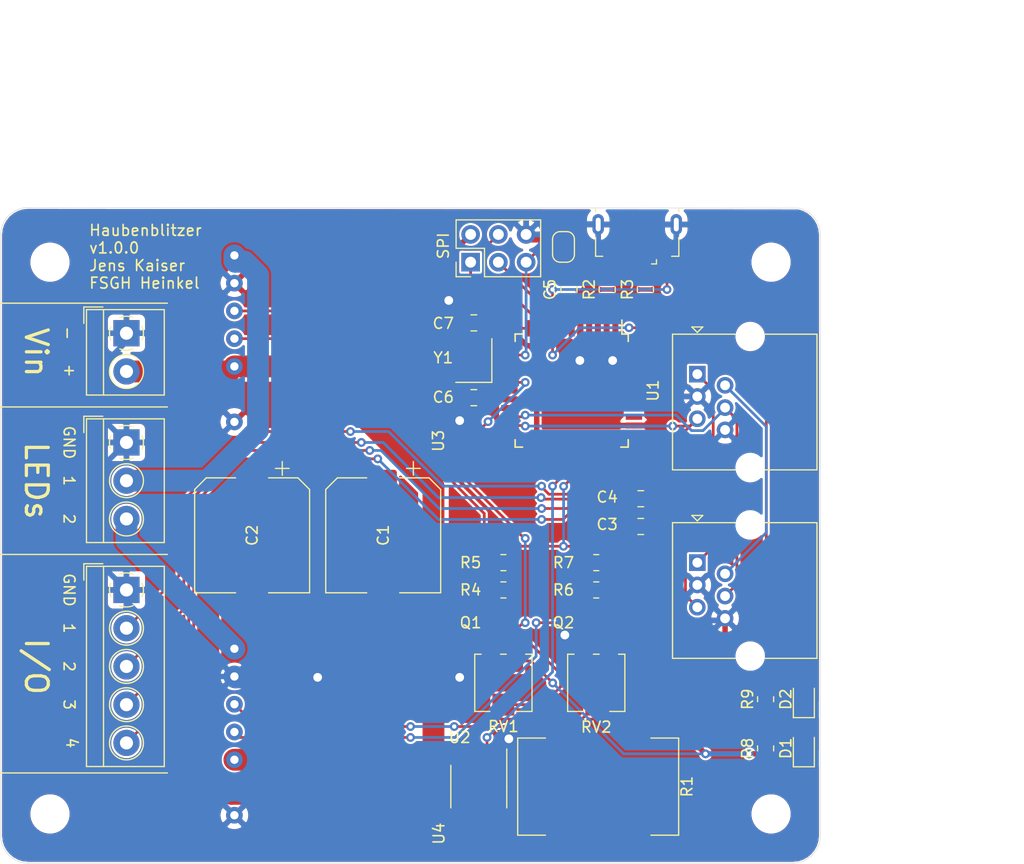
<source format=kicad_pcb>
(kicad_pcb (version 20171130) (host pcbnew "(5.1.8)-1")
  (layers (0 F.Cu signal) (31 B.Cu signal) (34 B.Paste user hide) (35 F.Paste user hide) (36 B.SilkS user) (37 F.SilkS user) (38 B.Mask user) (39 F.Mask user) (44 Edge.Cuts user))
  (net 0 "")
  (net 1 GND)
  (net 2 +12V)
  (net 3 "Net-(D2-Pad2)")
  (net 4 "Net-(Q1-Pad2)")
  (net 5 "Net-(Q2-Pad2)")
  (net 6 "Net-(U1-Pad42)")
  (net 7 "Net-(U1-Pad41)")
  (net 8 "Net-(U1-Pad40)")
  (net 9 "Net-(U1-Pad39)")
  (net 10 "Net-(U1-Pad38)")
  (net 11 "Net-(U1-Pad37)")
  (net 12 "Net-(U1-Pad36)")
  (net 13 "Net-(U1-Pad33)")
  (net 14 "Net-(U1-Pad26)")
  (net 15 "Net-(U1-Pad25)")
  (net 16 "Net-(U1-Pad22)")
  (net 17 "Net-(U1-Pad19)")
  (net 18 "Net-(U1-Pad18)")
  (net 19 "Net-(U1-Pad12)")
  (net 20 "Net-(U1-Pad1)")
  (net 21 "Net-(J2-Pad3)")
  (net 22 "Net-(J2-Pad2)")
  (net 23 LED1_Ref)
  (net 24 U_cap)
  (net 25 CLK_1)
  (net 26 CLK_2)
  (net 27 "Net-(D1-Pad2)")
  (net 28 RESET)
  (net 29 MOSI)
  (net 30 SCK)
  (net 31 MISO)
  (net 32 "Net-(J2-Pad4)")
  (net 33 U_bus)
  (net 34 LED2_U+)
  (net 35 LED1_U+)
  (net 36 IO_misc4)
  (net 37 IO_misc3)
  (net 38 IO_misc2)
  (net 39 IO_misc1)
  (net 40 TX)
  (net 41 RX)
  (net 42 "Net-(J6-Pad2)")
  (net 43 "Net-(J6-Pad1)")
  (net 44 LED1_Ctrl)
  (net 45 LED2_Ctrl)
  (net 46 LED2_Ref)
  (net 47 D+)
  (net 48 D-)
  (net 49 IO_LED)
  (net 50 RX_LED)
  (net 51 IO_FETctrl)
  (net 52 "Net-(U2-Pad4)")
  (net 53 "Net-(U2-Pad3)")
  (net 54 "Net-(C1-Pad1)")
  (module Package_SO:SOIC-8_3.9x4.9mm_P1.27mm (layer F.Cu) (at 63.75 183 270)
    (fp_text reference U2 (at -4.5 1.75 180) (layer F.SilkS))
    (fp_text value NCV8460)
    (pad 8 smd roundrect (at 2.475 -1.905 270) (size 1.95 0.6) (layers F.Cu F.Paste F.Mask) (net 2 +12V))
    (pad 7 smd roundrect (at 2.475 -0.635 270) (size 1.95 0.6) (layers F.Cu F.Paste F.Mask) (net 54 "Net-(C1-Pad1)"))
    (pad 6 smd roundrect (at 2.475 0.635 270) (size 1.95 0.6) (layers F.Cu F.Paste F.Mask) (net 54 "Net-(C1-Pad1)"))
    (pad 5 smd roundrect (at 2.475 1.905 270) (size 1.95 0.6) (layers F.Cu F.Paste F.Mask) (net 2 +12V))
    (pad 4 smd roundrect (at -2.475 1.905 270) (size 1.95 0.6) (layers F.Cu F.Paste F.Mask) (net 52 "Net-(U2-Pad4)"))
    (pad 3 smd roundrect (at -2.475 0.635 270) (size 1.95 0.6) (layers F.Cu F.Paste F.Mask) (net 53 "Net-(U2-Pad3)"))
    (pad 2 smd roundrect (at -2.475 -0.635 270) (size 1.95 0.6) (layers F.Cu F.Paste F.Mask) (net 51 IO_FETctrl))
    (pad 1 smd roundrect (at -2.475 -1.905 270) (size 1.95 0.6) (layers F.Cu F.Paste F.Mask) (net 1 GND))
  )
  (module Resistor_SMD:R_0805_2012Metric (layer F.Cu) (at 90 175 90)
    (fp_text reference R9 (at 0 -1.65 90) (layer F.SilkS))
    (fp_text value 220)
    (pad 2 smd roundrect (at 0.9125 0 90) (size 1.025 1.4) (layers F.Cu F.Paste F.Mask) (roundrect_rratio 0.243902) (net 3 "Net-(D2-Pad2)"))
    (pad 1 smd roundrect (at -0.9125 0 90) (size 1.025 1.4) (layers F.Cu F.Paste F.Mask) (roundrect_rratio 0.243902) (net 50 RX_LED))
  )
  (module Resistor_SMD:R_0805_2012Metric (layer F.Cu) (at 90 179.5 90)
    (fp_text reference R8 (at 0 -1.65 90) (layer F.SilkS))
    (fp_text value 220)
    (pad 2 smd roundrect (at 0.9125 0 90) (size 1.025 1.4) (layers F.Cu F.Paste F.Mask) (roundrect_rratio 0.243902) (net 27 "Net-(D1-Pad2)"))
    (pad 1 smd roundrect (at -0.9125 0 90) (size 1.025 1.4) (layers F.Cu F.Paste F.Mask) (roundrect_rratio 0.243902) (net 23 LED1_Ref))
  )
  (module Resistor_SMD:R_0805_2012Metric (layer F.Cu) (at 74.5 162.5 180)
    (fp_text reference R7 (at 3 0) (layer F.SilkS))
    (fp_text value 5k)
    (pad 2 smd roundrect (at 0.9125 0 180) (size 1.025 1.4) (layers F.Cu F.Paste F.Mask) (roundrect_rratio 0.243902) (net 49 IO_LED))
    (pad 1 smd roundrect (at -0.9125 0 180) (size 1.025 1.4) (layers F.Cu F.Paste F.Mask) (roundrect_rratio 0.243902) (net 5 "Net-(Q2-Pad2)"))
  )
  (module Resistor_SMD:R_0805_2012Metric (layer F.Cu) (at 74.5 165)
    (fp_text reference R6 (at -3 0) (layer F.SilkS))
    (fp_text value 5k)
    (pad 2 smd roundrect (at 0.9125 0) (size 1.025 1.4) (layers F.Cu F.Paste F.Mask) (roundrect_rratio 0.243902) (net 5 "Net-(Q2-Pad2)"))
    (pad 1 smd roundrect (at -0.9125 0) (size 1.025 1.4) (layers F.Cu F.Paste F.Mask) (roundrect_rratio 0.243902) (net 46 LED2_Ref))
  )
  (module Resistor_SMD:R_0805_2012Metric (layer F.Cu) (at 66 162.5 180)
    (fp_text reference R5 (at 3 0) (layer F.SilkS))
    (fp_text value 5k)
    (pad 2 smd roundrect (at 0.9125 0 180) (size 1.025 1.4) (layers F.Cu F.Paste F.Mask) (roundrect_rratio 0.243902) (net 49 IO_LED))
    (pad 1 smd roundrect (at -0.9125 0 180) (size 1.025 1.4) (layers F.Cu F.Paste F.Mask) (roundrect_rratio 0.243902) (net 4 "Net-(Q1-Pad2)"))
  )
  (module Resistor_SMD:R_0805_2012Metric (layer F.Cu) (at 66 165)
    (fp_text reference R4 (at -3 0) (layer F.SilkS))
    (fp_text value 5k)
    (pad 2 smd roundrect (at 0.9125 0) (size 1.025 1.4) (layers F.Cu F.Paste F.Mask) (roundrect_rratio 0.243902) (net 4 "Net-(Q1-Pad2)"))
    (pad 1 smd roundrect (at -0.9125 0) (size 1.025 1.4) (layers F.Cu F.Paste F.Mask) (roundrect_rratio 0.243902) (net 23 LED1_Ref))
  )
  (module LED_SMD:LED_0805_2012Metric (layer F.Cu) (at 93.5 175 90)
    (fp_text reference D2 (at 0 -1.65 90) (layer F.SilkS))
    (fp_text value LED)
    (pad 2 smd roundrect (at 0.9375 0 90) (size 0.975 1.4) (layers F.Cu F.Paste F.Mask) (net 3 "Net-(D2-Pad2)"))
    (pad 1 smd roundrect (at -0.9375 0 90) (size 0.975 1.4) (layers F.Cu F.Paste F.Mask) (net 1 GND))
  )
  (module LED_SMD:LED_0805_2012Metric (layer F.Cu) (at 93.5 179.5 90)
    (fp_text reference D1 (at 0 -1.65 90) (layer F.SilkS))
    (fp_text value LED)
    (pad 2 smd roundrect (at 0.9375 0 90) (size 0.975 1.4) (layers F.Cu F.Paste F.Mask) (net 27 "Net-(D1-Pad2)"))
    (pad 1 smd roundrect (at -0.9375 0 90) (size 0.975 1.4) (layers F.Cu F.Paste F.Mask) (net 1 GND))
  )
  (module Capacitor_SMD:CP_Elec_10x10 (layer F.Cu) (at 43 160 270)
    (fp_text reference C2 (at 0 0 270) (layer F.SilkS))
    (fp_text value 220uF)
    (pad 2 smd roundrect (at 4 0 270) (size 4 2.5) (layers F.Cu F.Paste F.Mask) (roundrect_rratio 0.1) (net 1 GND))
    (pad 1 smd roundrect (at -4 0 270) (size 4 2.5) (layers F.Cu F.Paste F.Mask) (roundrect_rratio 0.1) (net 54 "Net-(C1-Pad1)"))
  )
  (module Capacitor_SMD:CP_Elec_10x10 (layer F.Cu) (at 55 160 270)
    (fp_text reference C1 (at 0 0 270) (layer F.SilkS))
    (fp_text value 220uF)
    (pad 2 smd roundrect (at 4 0 270) (size 4 2.5) (layers F.Cu F.Paste F.Mask) (roundrect_rratio 0.1) (net 1 GND))
    (pad 1 smd roundrect (at -4 0 270) (size 4 2.5) (layers F.Cu F.Paste F.Mask) (roundrect_rratio 0.1) (net 54 "Net-(C1-Pad1)"))
  )
  (module Resistor_SMD:MP725 (layer F.Cu) (at 71.5 183 270)
    (fp_text reference R1 (at 0 -11.303 90) (layer F.SilkS))
    (fp_text value 5)
    (pad 2 smd rect (at 3.365 1.905 270) (size 1.65 3.81) (layers F.Cu F.Paste F.Mask) (net 54 "Net-(C1-Pad1)"))
    (pad 1 smd rect (at -3.365 1.905 270) (size 1.65 3.81) (layers F.Cu F.Paste F.Mask) (net 2 +12V))
  )
  (module MountingHole:MountingHole_3.2mm_M3 (layer F.Cu) (at 90.5 185.5)
    (fp_text reference H4)
    (fp_text value MountingHole)
    (pad 1 np_thru_hole circle (at 0 0) (size 3.2 3.2) (drill 3.2) (layers *.Cu *.Mask))
  )
  (module MountingHole:MountingHole_3.2mm_M3 (layer F.Cu) (at 24.5 185.5)
    (fp_text reference H3)
    (fp_text value MountingHole)
    (pad 1 np_thru_hole circle (at 0 0) (size 3.2 3.2) (drill 3.2) (layers *.Cu *.Mask))
  )
  (module MountingHole:MountingHole_3.2mm_M3 (layer F.Cu) (at 90.5 135)
    (fp_text reference H2)
    (fp_text value MountingHole)
    (pad 1 np_thru_hole circle (at 0 0) (size 3.2 3.2) (drill 3.2) (layers *.Cu *.Mask))
  )
  (module MountingHole:MountingHole_3.2mm_M3 (layer F.Cu) (at 24.5 135)
    (fp_text reference H1)
    (fp_text value MountingHole)
    (pad 1 np_thru_hole circle (at 0 0) (size 3.2 3.2) (drill 3.2) (layers *.Cu *.Mask))
  )
  (module Crystal:Crystal_SMD_3225-4Pin_3.2x2.5mm (layer F.Cu) (at 63.295 144 90)
    (fp_text reference Y1 (at 0.25 -2.795 180) (layer F.SilkS))
    (fp_text value Crystal)
    (pad 4 smd rect (at -1.1 -0.85 90) (size 1.4 1.2) (layers F.Cu F.Paste F.Mask) (net 1 GND))
    (pad 3 smd rect (at 1.1 -0.85 90) (size 1.4 1.2) (layers F.Cu F.Paste F.Mask) (net 25 CLK_1))
    (pad 2 smd rect (at 1.1 0.85 90) (size 1.4 1.2) (layers F.Cu F.Paste F.Mask) (net 1 GND))
    (pad 1 smd rect (at -1.1 0.85 90) (size 1.4 1.2) (layers F.Cu F.Paste F.Mask) (net 26 CLK_2))
  )
  (module Converter_DCDC:3021-D-E-1000 (layer F.Cu) (at 49 142)
    (fp_text reference U3 (at 11.05 9.35 -90) (layer F.SilkS))
    (fp_text value 3021-D-E-1000)
    (pad 6 thru_hole circle (at -7.62 7.62) (size 1.524 1.524) (drill 0.762) (layers *.Cu *.Mask) (net 1 GND))
    (pad 5 thru_hole circle (at -7.62 2.54) (size 1.524 1.524) (drill 0.762) (layers *.Cu *.Mask) (net 2 +12V))
    (pad 4 thru_hole circle (at -7.62 0) (size 1.524 1.524) (drill 0.762) (layers *.Cu *.Mask) (net 23 LED1_Ref))
    (pad 1 thru_hole circle (at -7.62 -7.62) (size 1.524 1.524) (drill 0.762) (layers *.Cu *.Mask) (net 35 LED1_U+))
    (pad 2 thru_hole circle (at -7.62 -5.08) (size 1.524 1.524) (drill 0.762) (layers *.Cu *.Mask) (net 1 GND))
    (pad 3 thru_hole circle (at -7.62 -2.54) (size 1.524 1.524) (drill 0.762) (layers *.Cu *.Mask) (net 44 LED1_Ctrl))
  )
  (module Potentiometer_SMD:Potentiometer_Vishay_TS53YJ_Vertical (layer F.Cu) (at 74.5 173.5 90)
    (fp_text reference RV2 (at -4.05 0) (layer F.SilkS))
    (fp_text value R_POT)
    (pad 3 smd rect (at 2 1.15 90) (size 2 1.3) (layers F.Cu F.Paste F.Mask) (net 46 LED2_Ref))
    (pad 2 smd rect (at -2 0 90) (size 2 2) (layers F.Cu F.Paste F.Mask) (net 45 LED2_Ctrl))
    (pad 1 smd rect (at 2 -1.15 90) (size 2 1.3) (layers F.Cu F.Paste F.Mask) (net 1 GND))
  )
  (module Potentiometer_SMD:Potentiometer_Vishay_TS53YJ_Vertical (layer F.Cu) (at 66 173.5 90)
    (fp_text reference RV1 (at -4 0) (layer F.SilkS))
    (fp_text value R_POT)
    (pad 3 smd rect (at 2 1.15 90) (size 2 1.3) (layers F.Cu F.Paste F.Mask) (net 23 LED1_Ref))
    (pad 2 smd rect (at -2 0 90) (size 2 2) (layers F.Cu F.Paste F.Mask) (net 44 LED1_Ctrl))
    (pad 1 smd rect (at 2 -1.15 90) (size 2 1.3) (layers F.Cu F.Paste F.Mask) (net 1 GND))
  )
  (module Package_TO_SOT_SMD:SA1162 (layer F.Cu) (at 74.5 168 90)
    (fp_text reference Q2 (at 0 -3) (layer F.SilkS))
    (fp_text value MMBT3906)
    (pad 2 smd rect (at 1 0.8 90) (size 0.5 1) (layers F.Cu F.Paste F.Mask) (net 5 "Net-(Q2-Pad2)"))
    (pad 1 smd rect (at -1 0.8 90) (size 0.5 1) (layers F.Cu F.Paste F.Mask) (net 45 LED2_Ctrl))
    (pad 3 smd rect (at 0 -0.8 90) (size 0.5 1) (layers F.Cu F.Paste F.Mask) (net 46 LED2_Ref))
  )
  (module Package_TO_SOT_SMD:SA1162 (layer F.Cu) (at 66 168 90)
    (fp_text reference Q1 (at 0 -3 180) (layer F.SilkS))
    (fp_text value MMBT3906)
    (pad 2 smd rect (at 1 0.8 90) (size 0.5 1) (layers F.Cu F.Paste F.Mask) (net 4 "Net-(Q1-Pad2)"))
    (pad 1 smd rect (at -1 0.8 90) (size 0.5 1) (layers F.Cu F.Paste F.Mask) (net 44 LED1_Ctrl))
    (pad 3 smd rect (at 0 -0.8 90) (size 0.5 1) (layers F.Cu F.Paste F.Mask) (net 23 LED1_Ref))
  )
  (module Converter_DCDC:3021-D-E-1000 (layer F.Cu) (at 49 178)
    (fp_text reference U4 (at 11.1 9.3 -270) (layer F.SilkS))
    (fp_text value 3021-D-E-1000)
    (pad 6 thru_hole circle (at -7.62 7.62) (size 1.524 1.524) (drill 0.762) (layers *.Cu *.Mask) (net 1 GND))
    (pad 5 thru_hole circle (at -7.62 2.54) (size 1.524 1.524) (drill 0.762) (layers *.Cu *.Mask) (net 2 +12V))
    (pad 4 thru_hole circle (at -7.62 0) (size 1.524 1.524) (drill 0.762) (layers *.Cu *.Mask) (net 46 LED2_Ref))
    (pad 1 thru_hole circle (at -7.62 -7.62) (size 1.524 1.524) (drill 0.762) (layers *.Cu *.Mask) (net 34 LED2_U+))
    (pad 2 thru_hole circle (at -7.62 -5.08) (size 1.524 1.524) (drill 0.762) (layers *.Cu *.Mask) (net 1 GND))
    (pad 3 thru_hole circle (at -7.62 -2.54) (size 1.524 1.524) (drill 0.762) (layers *.Cu *.Mask) (net 45 LED2_Ctrl))
  )
  (module Package_QFP:TQFP-44_10x10mm_P0.8mm (layer F.Cu) (at 72.25 146.75 270)
    (fp_text reference U1 (at 0 -7.45 90) (layer F.SilkS))
    (fp_text value ATmega32U4-AU)
    (pad 44 smd rect (at -4 -5.7) (size 1.5 0.55) (layers F.Cu F.Paste F.Mask) (net 23 LED1_Ref))
    (pad 43 smd rect (at -3.2 -5.7) (size 1.5 0.55) (layers F.Cu F.Paste F.Mask) (net 1 GND))
    (pad 42 smd rect (at -2.4 -5.7) (size 1.5 0.55) (layers F.Cu F.Paste F.Mask) (net 6 "Net-(U1-Pad42)"))
    (pad 41 smd rect (at -1.6 -5.7) (size 1.5 0.55) (layers F.Cu F.Paste F.Mask) (net 7 "Net-(U1-Pad41)"))
    (pad 40 smd rect (at -0.8 -5.7) (size 1.5 0.55) (layers F.Cu F.Paste F.Mask) (net 8 "Net-(U1-Pad40)"))
    (pad 39 smd rect (at 0 -5.7) (size 1.5 0.55) (layers F.Cu F.Paste F.Mask) (net 9 "Net-(U1-Pad39)"))
    (pad 38 smd rect (at 0.8 -5.7) (size 1.5 0.55) (layers F.Cu F.Paste F.Mask) (net 10 "Net-(U1-Pad38)"))
    (pad 37 smd rect (at 1.6 -5.7) (size 1.5 0.55) (layers F.Cu F.Paste F.Mask) (net 11 "Net-(U1-Pad37)"))
    (pad 36 smd rect (at 2.4 -5.7) (size 1.5 0.55) (layers F.Cu F.Paste F.Mask) (net 12 "Net-(U1-Pad36)"))
    (pad 35 smd rect (at 3.2 -5.7) (size 1.5 0.55) (layers F.Cu F.Paste F.Mask) (net 1 GND))
    (pad 34 smd rect (at 4 -5.7) (size 1.5 0.55) (layers F.Cu F.Paste F.Mask) (net 23 LED1_Ref))
    (pad 33 smd rect (at 5.7 -4 270) (size 1.5 0.55) (layers F.Cu F.Paste F.Mask) (net 13 "Net-(U1-Pad33)"))
    (pad 32 smd rect (at 5.7 -3.2 270) (size 1.5 0.55) (layers F.Cu F.Paste F.Mask) (net 36 IO_misc4))
    (pad 31 smd rect (at 5.7 -2.4 270) (size 1.5 0.55) (layers F.Cu F.Paste F.Mask) (net 37 IO_misc3))
    (pad 30 smd rect (at 5.7 -1.6 270) (size 1.5 0.55) (layers F.Cu F.Paste F.Mask) (net 38 IO_misc2))
    (pad 29 smd rect (at 5.7 -0.8 270) (size 1.5 0.55) (layers F.Cu F.Paste F.Mask) (net 39 IO_misc1))
    (pad 28 smd rect (at 5.7 0 270) (size 1.5 0.55) (layers F.Cu F.Paste F.Mask) (net 49 IO_LED))
    (pad 27 smd rect (at 5.7 0.8 270) (size 1.5 0.55) (layers F.Cu F.Paste F.Mask) (net 51 IO_FETctrl))
    (pad 26 smd rect (at 5.7 1.6 270) (size 1.5 0.55) (layers F.Cu F.Paste F.Mask) (net 14 "Net-(U1-Pad26)"))
    (pad 25 smd rect (at 5.7 2.4 270) (size 1.5 0.55) (layers F.Cu F.Paste F.Mask) (net 15 "Net-(U1-Pad25)"))
    (pad 24 smd rect (at 5.7 3.2 270) (size 1.5 0.55) (layers F.Cu F.Paste F.Mask) (net 23 LED1_Ref))
    (pad 23 smd rect (at 5.7 4 270) (size 1.5 0.55) (layers F.Cu F.Paste F.Mask) (net 1 GND))
    (pad 22 smd rect (at 4 5.7) (size 1.5 0.55) (layers F.Cu F.Paste F.Mask) (net 16 "Net-(U1-Pad22)"))
    (pad 21 smd rect (at 3.2 5.7) (size 1.5 0.55) (layers F.Cu F.Paste F.Mask) (net 40 TX))
    (pad 20 smd rect (at 2.4 5.7) (size 1.5 0.55) (layers F.Cu F.Paste F.Mask) (net 41 RX))
    (pad 19 smd rect (at 1.6 5.7) (size 1.5 0.55) (layers F.Cu F.Paste F.Mask) (net 17 "Net-(U1-Pad19)"))
    (pad 18 smd rect (at 0.8 5.7) (size 1.5 0.55) (layers F.Cu F.Paste F.Mask) (net 18 "Net-(U1-Pad18)"))
    (pad 17 smd rect (at 0 5.7) (size 1.5 0.55) (layers F.Cu F.Paste F.Mask) (net 25 CLK_1))
    (pad 16 smd rect (at -0.8 5.7) (size 1.5 0.55) (layers F.Cu F.Paste F.Mask) (net 26 CLK_2))
    (pad 15 smd rect (at -1.6 5.7) (size 1.5 0.55) (layers F.Cu F.Paste F.Mask) (net 1 GND))
    (pad 14 smd rect (at -2.4 5.7) (size 1.5 0.55) (layers F.Cu F.Paste F.Mask) (net 23 LED1_Ref))
    (pad 13 smd rect (at -3.2 5.7) (size 1.5 0.55) (layers F.Cu F.Paste F.Mask) (net 28 RESET))
    (pad 12 smd rect (at -4 5.7) (size 1.5 0.55) (layers F.Cu F.Paste F.Mask) (net 19 "Net-(U1-Pad12)"))
    (pad 11 smd rect (at -5.7 4 270) (size 1.5 0.55) (layers F.Cu F.Paste F.Mask) (net 31 MISO))
    (pad 10 smd rect (at -5.7 3.2 270) (size 1.5 0.55) (layers F.Cu F.Paste F.Mask) (net 29 MOSI))
    (pad 9 smd rect (at -5.7 2.4 270) (size 1.5 0.55) (layers F.Cu F.Paste F.Mask) (net 30 SCK))
    (pad 8 smd rect (at -5.7 1.6 270) (size 1.5 0.55) (layers F.Cu F.Paste F.Mask) (net 50 RX_LED))
    (pad 7 smd rect (at -5.7 0.8 270) (size 1.5 0.55) (layers F.Cu F.Paste F.Mask) (net 33 U_bus))
    (pad 6 smd rect (at -5.7 0 270) (size 1.5 0.55) (layers F.Cu F.Paste F.Mask) (net 24 U_cap))
    (pad 5 smd rect (at -5.7 -0.8 270) (size 1.5 0.55) (layers F.Cu F.Paste F.Mask) (net 1 GND))
    (pad 4 smd rect (at -5.7 -1.6 270) (size 1.5 0.55) (layers F.Cu F.Paste F.Mask) (net 47 D+))
    (pad 3 smd rect (at -5.7 -2.4 270) (size 1.5 0.55) (layers F.Cu F.Paste F.Mask) (net 48 D-))
    (pad 2 smd rect (at -5.7 -3.2 270) (size 1.5 0.55) (layers F.Cu F.Paste F.Mask) (net 23 LED1_Ref))
    (pad 1 smd rect (at -5.7 -4 270) (size 1.5 0.55) (layers F.Cu F.Paste F.Mask) (net 20 "Net-(U1-Pad1)"))
  )
  (module Resistor_SMD:R_0805_2012Metric (layer F.Cu) (at 79 137.5 90)
    (fp_text reference R3 (at 0 -1.65 90) (layer F.SilkS))
    (fp_text value 22)
    (pad 2 smd roundrect (at 0.9125 0 90) (size 1.025 1.4) (layers F.Cu F.Paste F.Mask) (roundrect_rratio 0.243902) (net 22 "Net-(J2-Pad2)"))
    (pad 1 smd roundrect (at -0.9125 0 90) (size 1.025 1.4) (layers F.Cu F.Paste F.Mask) (roundrect_rratio 0.243902) (net 48 D-))
  )
  (module Resistor_SMD:R_0805_2012Metric (layer F.Cu) (at 75.5 137.5 90)
    (fp_text reference R2 (at 0 -1.65 90) (layer F.SilkS))
    (fp_text value 22)
    (pad 2 smd roundrect (at 0.9125 0 90) (size 1.025 1.4) (layers F.Cu F.Paste F.Mask) (roundrect_rratio 0.243902) (net 21 "Net-(J2-Pad3)"))
    (pad 1 smd roundrect (at -0.9125 0 90) (size 1.025 1.4) (layers F.Cu F.Paste F.Mask) (roundrect_rratio 0.243902) (net 47 D+))
  )
  (module Jumper:SolderJumper-2_P1.3mm_Open_RoundedPad1.0x1.5mm (layer F.Cu) (at 71.5 133.6 270)
    (fp_text reference JP1)
    (fp_text value Reset)
    (pad 2 smd custom (at 0.65 0 270) (size 1 0.5) (layers F.Cu F.Mask) (net 28 RESET) (options (clearance outline) (anchor rect)) (primitives (gr_circle (center 0 0.25) (end 0.5 0.25) (width 0)) (gr_circle (center 0 -0.25) (end 0.5 -0.25) (width 0)) (gr_poly (pts (xy 0 -0.75) (xy -0.5 -0.75) (xy -0.5 0.75) (xy 0 0.75)) (width 0))))
    (pad 1 smd custom (at -0.65 0 270) (size 1 0.5) (layers F.Cu F.Mask) (net 1 GND) (options (clearance outline) (anchor rect)) (primitives (gr_circle (center 0 0.25) (end 0.5 0.25) (width 0)) (gr_circle (center 0 -0.25) (end 0.5 -0.25) (width 0)) (gr_poly (pts (xy 0 -0.75) (xy 0.5 -0.75) (xy 0.5 0.75) (xy 0 0.75)) (width 0))))
  )
  (module Connector_RJ:RJ25_Wayconn_MJEA-660X1_Horizontal (layer F.Cu) (at 83.75 162.5 90)
    (fp_text reference J7)
    (fp_text value RJ12)
    (pad "" np_thru_hole circle (at -8.55 4.84 90) (size 2.3 2.3) (drill 2.3) (layers *.Cu *.Mask))
    (pad "" np_thru_hole circle (at 3.45 4.84 90) (size 2.3 2.3) (drill 2.3) (layers *.Cu *.Mask))
    (pad 6 thru_hole circle (at -5.1 2.54 90) (size 1.52 1.52) (drill 0.9) (layers *.Cu *.Mask) (net 1 GND))
    (pad 5 thru_hole circle (at -4.08 0 90) (size 1.52 1.52) (drill 0.9) (layers *.Cu *.Mask) (net 40 TX))
    (pad 4 thru_hole circle (at -3.06 2.54 90) (size 1.52 1.52) (drill 0.9) (layers *.Cu *.Mask) (net 41 RX))
    (pad 3 thru_hole circle (at -2.04 0 90) (size 1.52 1.52) (drill 0.9) (layers *.Cu *.Mask) (net 1 GND))
    (pad 2 thru_hole circle (at -1.02 2.54 90) (size 1.52 1.52) (drill 0.9) (layers *.Cu *.Mask) (net 42 "Net-(J6-Pad2)"))
    (pad 1 thru_hole rect (at 0 0 90) (size 1.52 1.52) (drill 0.9) (layers *.Cu *.Mask) (net 43 "Net-(J6-Pad1)"))
  )
  (module Connector_RJ:RJ25_Wayconn_MJEA-660X1_Horizontal (layer F.Cu) (at 83.75 145.25 90)
    (fp_text reference J6)
    (fp_text value RJ12)
    (pad "" np_thru_hole circle (at -8.55 4.84 90) (size 2.3 2.3) (drill 2.3) (layers *.Cu *.Mask))
    (pad "" np_thru_hole circle (at 3.45 4.84 90) (size 2.3 2.3) (drill 2.3) (layers *.Cu *.Mask))
    (pad 6 thru_hole circle (at -5.1 2.54 90) (size 1.52 1.52) (drill 0.9) (layers *.Cu *.Mask) (net 1 GND))
    (pad 5 thru_hole circle (at -4.08 0 90) (size 1.52 1.52) (drill 0.9) (layers *.Cu *.Mask) (net 40 TX))
    (pad 4 thru_hole circle (at -3.06 2.54 90) (size 1.52 1.52) (drill 0.9) (layers *.Cu *.Mask) (net 41 RX))
    (pad 3 thru_hole circle (at -2.04 0 90) (size 1.52 1.52) (drill 0.9) (layers *.Cu *.Mask) (net 1 GND))
    (pad 2 thru_hole circle (at -1.02 2.54 90) (size 1.52 1.52) (drill 0.9) (layers *.Cu *.Mask) (net 42 "Net-(J6-Pad2)"))
    (pad 1 thru_hole rect (at 0 0 90) (size 1.52 1.52) (drill 0.9) (layers *.Cu *.Mask) (net 43 "Net-(J6-Pad1)"))
  )
  (module TerminalBlock_4Ucon:TerminalBlock_4Ucon_1x05_P3.50mm_Horizontal (layer F.Cu) (at 31.5 165 270)
    (fp_text reference J5)
    (fp_text value Screw_Terminal_01x05)
    (pad 5 thru_hole circle (at 14 0 270) (size 2.4 2.4) (drill 1.2) (layers *.Cu *.Mask) (net 36 IO_misc4))
    (pad 4 thru_hole circle (at 10.5 0 270) (size 2.4 2.4) (drill 1.2) (layers *.Cu *.Mask) (net 37 IO_misc3))
    (pad 3 thru_hole circle (at 7 0 270) (size 2.4 2.4) (drill 1.2) (layers *.Cu *.Mask) (net 38 IO_misc2))
    (pad 2 thru_hole circle (at 3.5 0 270) (size 2.4 2.4) (drill 1.2) (layers *.Cu *.Mask) (net 39 IO_misc1))
    (pad 1 thru_hole rect (at 0 0 270) (size 2.4 2.4) (drill 1.2) (layers *.Cu *.Mask) (net 1 GND))
  )
  (module TerminalBlock_4Ucon:TerminalBlock_4Ucon_1x03_P3.50mm_Horizontal (layer F.Cu) (at 31.5 151.5 270)
    (fp_text reference J4)
    (fp_text value Screw_Terminal_01x03)
    (pad 3 thru_hole circle (at 7 0 270) (size 2.4 2.4) (drill 1.2) (layers *.Cu *.Mask) (net 34 LED2_U+))
    (pad 2 thru_hole circle (at 3.5 0 270) (size 2.4 2.4) (drill 1.2) (layers *.Cu *.Mask) (net 35 LED1_U+))
    (pad 1 thru_hole rect (at 0 0 270) (size 2.4 2.4) (drill 1.2) (layers *.Cu *.Mask) (net 1 GND))
  )
  (module TerminalBlock_4Ucon:TerminalBlock_4Ucon_1x02_P3.50mm_Horizontal (layer F.Cu) (at 31.5 141.5 270)
    (fp_text reference J3)
    (fp_text value Screw_Terminal_01x02)
    (pad 2 thru_hole circle (at 3.5 0 270) (size 2.4 2.4) (drill 1.2) (layers *.Cu *.Mask) (net 2 +12V))
    (pad 1 thru_hole rect (at 0 0 270) (size 2.4 2.4) (drill 1.2) (layers *.Cu *.Mask) (net 1 GND))
  )
  (module Connector_PinHeader_2.54mm:PinHeader_2x03_P2.54mm_Vertical (layer F.Cu) (at 63 135 90)
    (fp_text reference J1)
    (fp_text value ISCP)
    (pad 6 thru_hole oval (at 2.54 5.08 90) (size 1.7 1.7) (drill 1) (layers *.Cu *.Mask) (net 1 GND))
    (pad 5 thru_hole oval (at 0 5.08 90) (size 1.7 1.7) (drill 1) (layers *.Cu *.Mask) (net 28 RESET))
    (pad 4 thru_hole oval (at 2.54 2.54 90) (size 1.7 1.7) (drill 1) (layers *.Cu *.Mask) (net 29 MOSI))
    (pad 3 thru_hole oval (at 0 2.54 90) (size 1.7 1.7) (drill 1) (layers *.Cu *.Mask) (net 30 SCK))
    (pad 2 thru_hole oval (at 2.54 0 90) (size 1.7 1.7) (drill 1) (layers *.Cu *.Mask) (net 23 LED1_Ref))
    (pad 1 thru_hole rect (at 0 0 90) (size 1.7 1.7) (drill 1) (layers *.Cu *.Mask) (net 31 MISO))
  )
  (module Connector_USB:USB_Micro-B_GCT_USB3076-30-A (layer F.Cu) (at 78.25 132.75 180)
    (fp_text reference J2)
    (fp_text value Micro_USB)
    (pad 6 smd rect (at -2.32 -1.03 180) (size 1.15 1.45) (layers F.Cu F.Paste F.Mask) (net 1 GND))
    (pad 6 smd rect (at 2.32 -1.03 180) (size 1.15 1.45) (layers F.Cu F.Paste F.Mask) (net 1 GND))
    (pad 6 thru_hole oval (at 3.575 1.2 180) (size 1.05 1.9) (drill oval 0.45 1.25) (layers *.Cu *.Mask) (net 1 GND))
    (pad 6 thru_hole oval (at -3.575 1.2) (size 1.05 1.9) (drill oval 0.45 1.25) (layers *.Cu *.Mask) (net 1 GND))
    (pad 6 smd rect (at -1.125 1.2 180) (size 1.75 1.9) (layers F.Cu F.Paste F.Mask) (net 1 GND))
    (pad 3 smd rect (at 0 -1.45 180) (size 0.4 1.4) (layers F.Cu F.Paste F.Mask) (net 21 "Net-(J2-Pad3)"))
    (pad 4 smd rect (at 0.65 -1.45 180) (size 0.4 1.4) (layers F.Cu F.Paste F.Mask) (net 32 "Net-(J2-Pad4)"))
    (pad 5 smd rect (at 1.3 -1.45 180) (size 0.4 1.4) (layers F.Cu F.Paste F.Mask) (net 1 GND))
    (pad 1 smd rect (at -1.3 -1.45 180) (size 0.4 1.4) (layers F.Cu F.Paste F.Mask) (net 33 U_bus))
    (pad 2 smd rect (at -0.65 -1.45 180) (size 0.4 1.4) (layers F.Cu F.Paste F.Mask) (net 22 "Net-(J2-Pad2)"))
    (pad 6 smd rect (at 1.125 1.2 180) (size 1.75 1.9) (layers F.Cu F.Paste F.Mask) (net 1 GND))
  )
  (module Capacitor_SMD:C_0805_2012Metric (layer F.Cu) (at 72 137.5 270)
    (fp_text reference C5 (at 0 1.75 90) (layer F.SilkS))
    (fp_text value 1uF)
    (pad 2 smd roundrect (at 0.95 0 270) (size 1 1.45) (layers F.Cu F.Paste F.Mask) (net 24 U_cap))
    (pad 1 smd roundrect (at -0.95 0 270) (size 1 1.45) (layers F.Cu F.Paste F.Mask) (net 1 GND))
  )
  (module Capacitor_SMD:C_0805_2012Metric (layer F.Cu) (at 63.295 140.555)
    (fp_text reference C7 (at -2.795 0.045) (layer F.SilkS))
    (fp_text value 18pF)
    (pad 2 smd roundrect (at 0.95 0) (size 1 1.45) (layers F.Cu F.Paste F.Mask) (net 1 GND))
    (pad 1 smd roundrect (at -0.95 0) (size 1 1.45) (layers F.Cu F.Paste F.Mask) (net 26 CLK_2))
  )
  (module Capacitor_SMD:C_0805_2012Metric (layer F.Cu) (at 63.295 147.4)
    (fp_text reference C6 (at -2.795 -0.045) (layer F.SilkS))
    (fp_text value 18pF)
    (pad 2 smd roundrect (at 0.95 0) (size 1 1.45) (layers F.Cu F.Paste F.Mask) (net 25 CLK_1))
    (pad 1 smd roundrect (at -0.95 0) (size 1 1.45) (layers F.Cu F.Paste F.Mask) (net 1 GND))
  )
  (module Capacitor_SMD:C_0805_2012Metric (layer F.Cu) (at 78.575 156.65 180)
    (fp_text reference C4 (at 3.075 0.15) (layer F.SilkS))
    (fp_text value 10uF)
    (pad 2 smd roundrect (at 0.95 0 180) (size 1 1.45) (layers F.Cu F.Paste F.Mask) (net 23 LED1_Ref))
    (pad 1 smd roundrect (at -0.95 0 180) (size 1 1.45) (layers F.Cu F.Paste F.Mask) (net 1 GND))
  )
  (module Capacitor_SMD:C_0805_2012Metric (layer F.Cu) (at 78.575 159.19 180)
    (fp_text reference C3 (at 3.075 0.19) (layer F.SilkS))
    (fp_text value 0.1uF)
    (pad 2 smd roundrect (at 0.95 0 180) (size 1 1.45) (layers F.Cu F.Paste F.Mask) (net 23 LED1_Ref))
    (pad 1 smd roundrect (at -0.95 0 180) (size 1 1.45) (layers F.Cu F.Paste F.Mask) (net 1 GND))
  )
  (gr_text SPI (at 60.5 133.5 90) (layer F.SilkS) (effects (font (size 1 1))))
  (gr_line (start 95 132.5) (end 95 187.5) (layer Edge.Cuts) (width 0.05))
  (gr_line (start 22.5 130) (end 92.99029 130.048548) (layer Edge.Cuts) (width 0.05))
  (gr_line (start 20 187.5) (end 20 132.5) (layer Edge.Cuts) (width 0.05))
  (gr_arc (start 22.5 132.5) (end 22.5 130) (angle -90) (layer Edge.Cuts) (width 0.05))
  (gr_arc (start 92.5 132.5) (end 95 132.5) (angle -78.69006753) (layer Edge.Cuts) (width 0.05))
  (gr_line (start 92.5 190) (end 22.5 190) (layer Edge.Cuts) (width 0.05))
  (gr_arc (start 92.5 187.5) (end 92.5 190) (angle -90) (layer Edge.Cuts) (width 0.05))
  (gr_arc (start 22.5 187.5) (end 20 187.5) (angle -90) (layer Edge.Cuts) (width 0.05))
  (gr_text "Haubenblitzer\nv1.0.0\nJens Kaiser\nFSGH Heinkel" (at 28 134.5) (layer F.SilkS) (effects (font (size 1 1)) (justify left)))
  (gr_line (start 35.25 181.75) (end 20 181.75) (layer F.SilkS) (width 0.12))
  (gr_line (start 35.25 138.75) (end 20 138.75) (layer F.SilkS) (width 0.12))
  (gr_line (start 35.25 148.25) (end 20 148.25) (layer F.SilkS) (width 0.12))
  (gr_line (start 35.25 161.75) (end 20 161.75) (layer F.SilkS) (width 0.12))
  (gr_text + (at 26.25 145 180) (layer F.SilkS) (effects (font (size 1 1))))
  (gr_text - (at 26 141.5 90) (layer F.SilkS) (effects (font (size 1 1))))
  (gr_text 2 (at 26.25 158.5 270) (layer F.SilkS) (effects (font (size 1 1))))
  (gr_text 1 (at 26.25 155 270) (layer F.SilkS) (effects (font (size 1 1))))
  (gr_text GND (at 26.25 151.5 270) (layer F.SilkS) (effects (font (size 1 1))))
  (gr_text GND (at 26.25 165 270) (layer F.SilkS) (effects (font (size 1 1))))
  (gr_text 4 (at 26.5 179 270) (layer F.SilkS) (effects (font (size 1 1))))
  (gr_text 3 (at 26.25 175.5 270) (layer F.SilkS) (effects (font (size 1 1))))
  (gr_text 2 (at 26.25 172 270) (layer F.SilkS) (effects (font (size 1 1))))
  (gr_text 1 (at 26.25 168.5 270) (layer F.SilkS) (effects (font (size 1 1))))
  (gr_text I/O (at 23.25 172 270) (layer F.SilkS) (effects (font (size 2 2) (thickness 0.3))))
  (gr_text LEDs (at 23.25 155 270) (layer F.SilkS) (effects (font (size 2 2) (thickness 0.3))))
  (gr_text Vin (at 23.25 143.25 270) (layer F.SilkS) (effects (font (size 2 2) (thickness 0.3))))
  (segment (start 38.362002 172.92) (end 41.38 172.92) (width 0.5) (layer B.Cu) (net 1))
  (segment (start 31.5 166.057998) (end 38.362002 172.92) (width 0.5) (layer B.Cu) (net 1))
  (segment (start 31.5 165) (end 31.5 166.057998) (width 0.5) (layer B.Cu) (net 1))
  (segment (start 39.967999 174.525997) (end 38.362002 172.92) (width 0.5) (layer B.Cu) (net 1))
  (segment (start 39.967999 184.207999) (end 39.967999 174.525997) (width 0.5) (layer B.Cu) (net 1))
  (segment (start 41.38 185.62) (end 39.967999 184.207999) (width 0.5) (layer B.Cu) (net 1))
  (segment (start 29.849999 163.349999) (end 31.5 165) (width 0.5) (layer B.Cu) (net 1))
  (segment (start 29.849999 153.150001) (end 29.849999 163.349999) (width 0.5) (layer B.Cu) (net 1))
  (segment (start 31.5 151.5) (end 29.849999 153.150001) (width 0.5) (layer B.Cu) (net 1))
  (segment (start 29.649999 149.649999) (end 31.5 151.5) (width 0.5) (layer B.Cu) (net 1))
  (segment (start 29.649999 144.111999) (end 29.649999 149.649999) (width 0.5) (layer B.Cu) (net 1))
  (segment (start 31.5 142.261998) (end 29.649999 144.111999) (width 0.5) (layer B.Cu) (net 1))
  (segment (start 31.5 141.5) (end 31.5 142.261998) (width 0.5) (layer B.Cu) (net 1))
  (segment (start 36.8 141.5) (end 41.38 136.92) (width 0.5) (layer B.Cu) (net 1))
  (segment (start 31.5 141.5) (end 36.8 141.5) (width 0.5) (layer B.Cu) (net 1))
  (segment (start 36.8 145.04) (end 36.8 141.5) (width 0.5) (layer B.Cu) (net 1))
  (segment (start 41.38 149.62) (end 36.8 145.04) (width 0.5) (layer B.Cu) (net 1))
  (segment (start 68.08 132.46) (end 69.04 131.5) (width 0.5) (layer B.Cu) (net 1))
  (segment (start 74.625 131.5) (end 74.675 131.55) (width 0.5) (layer B.Cu) (net 1))
  (segment (start 69.04 131.5) (end 74.625 131.5) (width 0.5) (layer B.Cu) (net 1))
  (segment (start 74.675 131.55) (end 81.825 131.55) (width 0.5) (layer B.Cu) (net 1))
  (segment (start 77.125 131.55) (end 74.675 131.55) (width 0.5) (layer F.Cu) (net 1))
  (segment (start 77.125 131.55) (end 79.375 131.55) (width 0.5) (layer F.Cu) (net 1))
  (segment (start 79.375 131.55) (end 81.825 131.55) (width 0.5) (layer F.Cu) (net 1))
  (segment (start 80.57 132.745) (end 80.57 133.78) (width 0.5) (layer F.Cu) (net 1))
  (segment (start 79.375 131.55) (end 80.57 132.745) (width 0.5) (layer F.Cu) (net 1))
  (segment (start 75.93 132.745) (end 77.125 131.55) (width 0.5) (layer F.Cu) (net 1))
  (segment (start 75.93 133.78) (end 75.93 132.745) (width 0.5) (layer F.Cu) (net 1))
  (segment (start 68.57 132.95) (end 68.08 132.46) (width 0.5) (layer F.Cu) (net 1))
  (segment (start 71.5 132.95) (end 68.57 132.95) (width 0.5) (layer F.Cu) (net 1))
  (segment (start 72.70001 135.84999) (end 72 136.55) (width 0.5) (layer F.Cu) (net 1))
  (segment (start 72.70001 133.402418) (end 72.70001 135.84999) (width 0.5) (layer F.Cu) (net 1))
  (segment (start 72.247592 132.95) (end 72.70001 133.402418) (width 0.5) (layer F.Cu) (net 1))
  (segment (start 71.5 132.95) (end 72.247592 132.95) (width 0.5) (layer F.Cu) (net 1))
  (segment (start 76.53 133.78) (end 76.95 134.2) (width 0.25) (layer F.Cu) (net 1))
  (segment (start 75.93 133.78) (end 76.53 133.78) (width 0.25) (layer F.Cu) (net 1))
  (segment (start 62.445 147.3) (end 62.345 147.4) (width 0.5) (layer F.Cu) (net 1))
  (segment (start 62.445 145.1) (end 62.445 147.3) (width 0.5) (layer F.Cu) (net 1))
  (segment (start 64.145 140.655) (end 64.245 140.555) (width 0.5) (layer F.Cu) (net 1))
  (segment (start 64.145 142.9) (end 64.145 140.655) (width 0.5) (layer F.Cu) (net 1))
  (segment (start 65.195001 143.950001) (end 64.145 142.9) (width 0.5) (layer F.Cu) (net 1))
  (segment (start 65.195001 144.830003) (end 65.195001 143.950001) (width 0.5) (layer F.Cu) (net 1))
  (segment (start 65.514998 145.15) (end 65.195001 144.830003) (width 0.5) (layer F.Cu) (net 1))
  (segment (start 66.55 145.15) (end 65.514998 145.15) (width 0.5) (layer F.Cu) (net 1))
  (via (at 62 149.5) (size 1.6) (drill 0.8) (layers F.Cu B.Cu) (net 1))
  (segment (start 62.345 149.155) (end 62 149.5) (width 0.5) (layer F.Cu) (net 1))
  (segment (start 62.345 147.4) (end 62.345 149.155) (width 0.5) (layer F.Cu) (net 1))
  (via (at 61 138.5) (size 1.6) (drill 0.8) (layers F.Cu B.Cu) (net 1))
  (segment (start 62.19 138.5) (end 64.245 140.555) (width 0.5) (layer F.Cu) (net 1))
  (segment (start 61 138.5) (end 62.19 138.5) (width 0.5) (layer F.Cu) (net 1))
  (via (at 76 144) (size 1.6) (drill 0.8) (layers F.Cu B.Cu) (net 1))
  (segment (start 76.45 143.55) (end 76 144) (width 0.5) (layer F.Cu) (net 1))
  (segment (start 77.95 143.55) (end 76.45 143.55) (width 0.5) (layer F.Cu) (net 1))
  (via (at 73 144) (size 1.6) (drill 0.8) (layers F.Cu B.Cu) (net 1))
  (segment (start 76 144) (end 73 144) (width 0.5) (layer B.Cu) (net 1))
  (segment (start 73 141.1) (end 73.05 141.05) (width 0.5) (layer F.Cu) (net 1))
  (segment (start 73 144) (end 73 141.1) (width 0.5) (layer F.Cu) (net 1))
  (segment (start 81.825 139.30637) (end 81.825 131.55) (width 0.5) (layer B.Cu) (net 1))
  (segment (start 77.13137 144) (end 81.825 139.30637) (width 0.5) (layer B.Cu) (net 1))
  (segment (start 76 144) (end 77.13137 144) (width 0.5) (layer B.Cu) (net 1))
  (segment (start 61 132.535998) (end 61 138.5) (width 0.5) (layer B.Cu) (net 1))
  (segment (start 62.375999 131.159999) (end 61 132.535998) (width 0.5) (layer B.Cu) (net 1))
  (segment (start 66.779999 131.159999) (end 62.375999 131.159999) (width 0.5) (layer B.Cu) (net 1))
  (segment (start 68.08 132.46) (end 66.779999 131.159999) (width 0.5) (layer B.Cu) (net 1))
  (segment (start 82.539999 165.750001) (end 83.75 164.54) (width 0.5) (layer B.Cu) (net 1))
  (segment (start 82.539999 167.160801) (end 82.539999 165.750001) (width 0.5) (layer B.Cu) (net 1))
  (segment (start 83.169199 167.790001) (end 82.539999 167.160801) (width 0.5) (layer B.Cu) (net 1))
  (segment (start 86.29 167.6) (end 86.099999 167.790001) (width 0.5) (layer B.Cu) (net 1))
  (segment (start 89.866988 176.87501) (end 92.56249 176.87501) (width 0.5) (layer F.Cu) (net 1))
  (segment (start 92.56249 176.87501) (end 93.5 175.9375) (width 0.5) (layer F.Cu) (net 1))
  (segment (start 87.149999 179.591999) (end 89.866988 176.87501) (width 0.5) (layer F.Cu) (net 1))
  (segment (start 88.117008 181.37501) (end 87.149999 180.408001) (width 0.5) (layer F.Cu) (net 1))
  (segment (start 92.56249 181.37501) (end 88.117008 181.37501) (width 0.5) (layer F.Cu) (net 1))
  (segment (start 93.5 180.4375) (end 92.56249 181.37501) (width 0.5) (layer F.Cu) (net 1))
  (segment (start 86.29 178.990002) (end 86.29 167.6) (width 0.5) (layer F.Cu) (net 1))
  (segment (start 87.149999 179.850001) (end 86.29 178.990002) (width 0.5) (layer F.Cu) (net 1))
  (segment (start 87.149999 180.408001) (end 87.149999 179.850001) (width 0.5) (layer F.Cu) (net 1))
  (segment (start 87.149999 179.850001) (end 87.149999 179.591999) (width 0.5) (layer F.Cu) (net 1))
  (segment (start 79.29 147.29) (end 76 144) (width 0.5) (layer B.Cu) (net 1))
  (segment (start 83.75 147.29) (end 79.29 147.29) (width 0.5) (layer B.Cu) (net 1))
  (segment (start 81.645002 147.29) (end 83.75 147.29) (width 0.5) (layer F.Cu) (net 1))
  (segment (start 78.985002 149.95) (end 81.645002 147.29) (width 0.5) (layer F.Cu) (net 1))
  (segment (start 79.525 159.19) (end 79.525 156.65) (width 0.5) (layer F.Cu) (net 1))
  (segment (start 78.985002 149.95) (end 77.95 149.95) (width 0.5) (layer F.Cu) (net 1))
  (segment (start 79.525 150.489998) (end 78.985002 149.95) (width 0.5) (layer F.Cu) (net 1))
  (segment (start 79.525 156.65) (end 79.525 150.489998) (width 0.5) (layer F.Cu) (net 1))
  (segment (start 86.099999 167.790001) (end 86.29 167.6) (width 0.5) (layer F.Cu) (net 1))
  (segment (start 83.169199 167.790001) (end 86.099999 167.790001) (width 0.5) (layer F.Cu) (net 1))
  (segment (start 79.525 164.145802) (end 83.169199 167.790001) (width 0.5) (layer F.Cu) (net 1))
  (segment (start 79.525 159.19) (end 79.525 164.145802) (width 0.5) (layer F.Cu) (net 1))
  (via (at 66.5 178.625) (size 1.6) (drill 0.8) (layers F.Cu B.Cu) (net 1))
  (segment (start 65.655 179.47) (end 66.5 178.625) (width 0.5) (layer F.Cu) (net 1))
  (segment (start 65.655 180.525) (end 65.655 179.47) (width 0.5) (layer F.Cu) (net 1))
  (segment (start 47.575001 179.424999) (end 41.38 185.62) (width 0.5) (layer B.Cu) (net 1))
  (segment (start 65.700001 179.424999) (end 47.575001 179.424999) (width 0.5) (layer B.Cu) (net 1))
  (segment (start 66.5 178.625) (end 65.700001 179.424999) (width 0.5) (layer B.Cu) (net 1))
  (via (at 49 173) (size 1.6) (drill 0.8) (layers F.Cu B.Cu) (net 1))
  (segment (start 49 164) (end 49 173) (width 2) (layer F.Cu) (net 1))
  (segment (start 43 164) (end 49 164) (width 2) (layer F.Cu) (net 1))
  (segment (start 49 164) (end 55 164) (width 2) (layer F.Cu) (net 1))
  (segment (start 41.46 173) (end 41.38 172.92) (width 2) (layer B.Cu) (net 1))
  (segment (start 49 173) (end 41.46 173) (width 2) (layer B.Cu) (net 1))
  (via (at 71.625 169.125) (size 1.6) (drill 0.8) (layers F.Cu B.Cu) (net 1))
  (segment (start 73.35 170.85) (end 71.625 169.125) (width 0.5) (layer F.Cu) (net 1))
  (segment (start 73.35 171.5) (end 73.35 170.85) (width 0.5) (layer F.Cu) (net 1))
  (segment (start 72.959999 167.790001) (end 84.209999 167.790001) (width 0.5) (layer B.Cu) (net 1))
  (segment (start 71.625 169.125) (end 72.959999 167.790001) (width 0.5) (layer B.Cu) (net 1))
  (segment (start 84.209999 167.790001) (end 83.169199 167.790001) (width 0.5) (layer B.Cu) (net 1))
  (segment (start 86.099999 167.790001) (end 84.209999 167.790001) (width 0.5) (layer B.Cu) (net 1))
  (via (at 62 173) (size 1.6) (drill 0.8) (layers F.Cu B.Cu) (net 1))
  (segment (start 63.5 171.5) (end 62 173) (width 0.5) (layer F.Cu) (net 1))
  (segment (start 64.85 171.5) (end 63.5 171.5) (width 0.5) (layer F.Cu) (net 1))
  (segment (start 62 173) (end 49 173) (width 0.5) (layer B.Cu) (net 1))
  (segment (start 31.5 145) (end 40.92 145) (width 2) (layer F.Cu) (net 2))
  (segment (start 56.47999 180.54) (end 61.41499 185.475) (width 2) (layer F.Cu) (net 2))
  (segment (start 41.38 180.54) (end 56.47999 180.54) (width 2) (layer F.Cu) (net 2))
  (segment (start 66.08501 184.624988) (end 66.08501 185.45) (width 2) (layer F.Cu) (net 2))
  (segment (start 69.595 179.635) (end 69.595 181.114998) (width 2) (layer F.Cu) (net 2))
  (segment (start 66.40001 182.90001) (end 67.104999 183.604999) (width 2) (layer F.Cu) (net 2))
  (segment (start 56.47999 180.54) (end 58.84 182.90001) (width 2) (layer F.Cu) (net 2))
  (segment (start 67.104999 183.604999) (end 66.08501 184.624988) (width 2) (layer F.Cu) (net 2))
  (segment (start 69.595 181.114998) (end 67.104999 183.604999) (width 2) (layer F.Cu) (net 2))
  (segment (start 41.38 144.54) (end 40.92 145) (width 0.5) (layer F.Cu) (net 2))
  (segment (start 59.59999 181.59999) (end 60.90001 182.90001) (width 2) (layer F.Cu) (net 2))
  (segment (start 41.38 144.54) (end 48.623468 144.54) (width 2) (layer F.Cu) (net 2))
  (segment (start 60.90001 182.90001) (end 66.40001 182.90001) (width 2) (layer F.Cu) (net 2))
  (segment (start 48.623468 144.54) (end 59.59999 155.516522) (width 2) (layer F.Cu) (net 2))
  (segment (start 58.84 182.90001) (end 60.90001 182.90001) (width 2) (layer F.Cu) (net 2))
  (segment (start 58.46 180.54) (end 59.59999 179.40001) (width 2) (layer F.Cu) (net 2))
  (segment (start 56.47999 180.54) (end 58.46 180.54) (width 2) (layer F.Cu) (net 2))
  (segment (start 59.59999 179.40001) (end 59.59999 181.59999) (width 2) (layer F.Cu) (net 2))
  (segment (start 59.59999 155.516522) (end 59.59999 179.40001) (width 2) (layer F.Cu) (net 2))
  (segment (start 69.595 179.752046) (end 69.595 179.635) (width 2) (layer F.Cu) (net 2))
  (segment (start 66.447036 182.90001) (end 69.595 179.752046) (width 2) (layer F.Cu) (net 2))
  (segment (start 66.40001 182.90001) (end 66.447036 182.90001) (width 2) (layer F.Cu) (net 2))
  (segment (start 93.475 174.0875) (end 93.5 174.0625) (width 0.25) (layer F.Cu) (net 3))
  (segment (start 90 174.0875) (end 93.475 174.0875) (width 0.25) (layer F.Cu) (net 3))
  (segment (start 66.9125 162.5) (end 66.9125 165) (width 0.25) (layer F.Cu) (net 4))
  (segment (start 66.9125 166.8875) (end 66.8 167) (width 0.25) (layer F.Cu) (net 4))
  (segment (start 66.9125 165) (end 66.9125 166.8875) (width 0.25) (layer F.Cu) (net 4))
  (segment (start 75.4125 162.5) (end 75.4125 165) (width 0.25) (layer F.Cu) (net 5))
  (segment (start 75.4125 166.8875) (end 75.3 167) (width 0.25) (layer F.Cu) (net 5))
  (segment (start 75.4125 165) (end 75.4125 166.8875) (width 0.25) (layer F.Cu) (net 5))
  (segment (start 78.25 135.035002) (end 78.25 134.2) (width 0.25) (layer F.Cu) (net 21))
  (segment (start 76.697502 136.5875) (end 78.25 135.035002) (width 0.25) (layer F.Cu) (net 21))
  (segment (start 75.5 136.5875) (end 76.697502 136.5875) (width 0.25) (layer F.Cu) (net 21))
  (segment (start 79 134.3) (end 78.9 134.2) (width 0.25) (layer F.Cu) (net 22))
  (segment (start 79 136.5875) (end 79 134.3) (width 0.25) (layer F.Cu) (net 22))
  (segment (start 65.2 169.55) (end 65.2 168) (width 0.25) (layer F.Cu) (net 23))
  (segment (start 67.15 171.5) (end 65.2 169.55) (width 0.25) (layer F.Cu) (net 23))
  (segment (start 65.2 165.1125) (end 65.0875 165) (width 0.25) (layer F.Cu) (net 23))
  (segment (start 65.2 168) (end 65.2 165.1125) (width 0.25) (layer F.Cu) (net 23))
  (segment (start 77.625 159.19) (end 77.625 156.65) (width 0.5) (layer F.Cu) (net 23))
  (segment (start 76.114998 142.75) (end 77.95 142.75) (width 0.5) (layer F.Cu) (net 23))
  (segment (start 75.45 142.085002) (end 76.114998 142.75) (width 0.5) (layer F.Cu) (net 23))
  (segment (start 75.45 141.05) (end 75.45 142.085002) (width 0.5) (layer F.Cu) (net 23))
  (segment (start 67.585002 144.35) (end 69.05 145.814998) (width 0.5) (layer F.Cu) (net 23))
  (segment (start 66.55 144.35) (end 67.585002 144.35) (width 0.5) (layer F.Cu) (net 23))
  (segment (start 69.25 150.75) (end 69.05 150.55) (width 0.5) (layer F.Cu) (net 23))
  (segment (start 69.05 150.55) (end 69.05 152.45) (width 0.5) (layer F.Cu) (net 23))
  (segment (start 69.05 145.814998) (end 69.05 150.55) (width 0.5) (layer F.Cu) (net 23))
  (segment (start 76.25 150.75) (end 69.25 150.75) (width 0.5) (layer F.Cu) (net 23))
  (segment (start 77.95 150.75) (end 76.25 150.75) (width 0.5) (layer F.Cu) (net 23))
  (segment (start 74.250001 144.600001) (end 73.035004 145.814998) (width 0.5) (layer F.Cu) (net 23))
  (segment (start 74.250001 143.899997) (end 74.250001 144.600001) (width 0.5) (layer F.Cu) (net 23))
  (segment (start 75.399999 142.749999) (end 74.250001 143.899997) (width 0.5) (layer F.Cu) (net 23))
  (segment (start 76.114998 142.75) (end 75.399999 142.749999) (width 0.5) (layer F.Cu) (net 23))
  (segment (start 77.95 156.325) (end 77.625 156.65) (width 0.5) (layer F.Cu) (net 23))
  (segment (start 77.95 150.75) (end 77.95 156.325) (width 0.5) (layer F.Cu) (net 23))
  (via (at 84.5 180) (size 0.8) (drill 0.4) (layers F.Cu B.Cu) (net 23))
  (segment (start 77.625 173.125) (end 84.5 180) (width 0.5) (layer F.Cu) (net 23))
  (segment (start 77.625 159.19) (end 77.625 173.125) (width 0.5) (layer F.Cu) (net 23))
  (via (at 88.5 180) (size 0.8) (drill 0.4) (layers F.Cu B.Cu) (net 23))
  (segment (start 84.5 180) (end 88.5 180) (width 0.5) (layer B.Cu) (net 23))
  (segment (start 89.5875 180) (end 90 180.4125) (width 0.5) (layer F.Cu) (net 23))
  (segment (start 88.5 180) (end 89.5875 180) (width 0.5) (layer F.Cu) (net 23))
  (via (at 70.512653 173.512653) (size 0.8) (drill 0.4) (layers F.Cu B.Cu) (net 23))
  (segment (start 68.5 171.5) (end 70.512653 173.512653) (width 0.25) (layer F.Cu) (net 23))
  (segment (start 67.15 171.5) (end 68.5 171.5) (width 0.25) (layer F.Cu) (net 23))
  (segment (start 77 180) (end 84.5 180) (width 0.25) (layer B.Cu) (net 23))
  (segment (start 70.512653 173.512653) (end 77 180) (width 0.25) (layer B.Cu) (net 23))
  (segment (start 64.24999 164.16249) (end 65.0875 165) (width 0.25) (layer F.Cu) (net 23))
  (segment (start 64.24999 158.009834) (end 64.24999 164.16249) (width 0.25) (layer F.Cu) (net 23))
  (segment (start 48.240156 142) (end 64.24999 158.009834) (width 0.25) (layer F.Cu) (net 23))
  (segment (start 41.38 142) (end 48.240156 142) (width 0.25) (layer F.Cu) (net 23))
  (segment (start 68.408001 142.649999) (end 69.185002 143.427) (width 0.5) (layer F.Cu) (net 23))
  (segment (start 68.149999 142.649999) (end 68.408001 142.649999) (width 0.5) (layer F.Cu) (net 23))
  (segment (start 61.699999 136.199999) (end 68.149999 142.649999) (width 0.5) (layer F.Cu) (net 23))
  (segment (start 69.185002 143.427) (end 69.185002 145.814998) (width 0.5) (layer F.Cu) (net 23))
  (segment (start 61.699999 133.760001) (end 61.699999 136.199999) (width 0.5) (layer F.Cu) (net 23))
  (segment (start 63 132.46) (end 61.699999 133.760001) (width 0.5) (layer F.Cu) (net 23))
  (segment (start 69.185002 145.814998) (end 69.05 145.814998) (width 0.5) (layer F.Cu) (net 23))
  (segment (start 73.035004 145.814998) (end 69.185002 145.814998) (width 0.5) (layer F.Cu) (net 23))
  (segment (start 72.25 138.7) (end 72.25 141.05) (width 0.25) (layer F.Cu) (net 24))
  (segment (start 72 138.45) (end 72.25 138.7) (width 0.25) (layer F.Cu) (net 24))
  (segment (start 64.895 146.75) (end 66.55 146.75) (width 0.25) (layer F.Cu) (net 25))
  (segment (start 64.245 147.4) (end 64.895 146.75) (width 0.25) (layer F.Cu) (net 25))
  (segment (start 64.245 148.920002) (end 64.245 147.4) (width 0.25) (layer F.Cu) (net 25))
  (segment (start 62.540001 150.625001) (end 64.245 148.920002) (width 0.25) (layer F.Cu) (net 25))
  (segment (start 60.874999 150.040001) (end 61.459999 150.625001) (width 0.25) (layer F.Cu) (net 25))
  (segment (start 61.459999 150.625001) (end 62.540001 150.625001) (width 0.25) (layer F.Cu) (net 25))
  (segment (start 60.874999 144.470001) (end 60.874999 150.040001) (width 0.25) (layer F.Cu) (net 25))
  (segment (start 62.445 142.9) (end 60.874999 144.470001) (width 0.25) (layer F.Cu) (net 25))
  (segment (start 64.995 145.95) (end 64.145 145.1) (width 0.25) (layer F.Cu) (net 26))
  (segment (start 66.55 145.95) (end 64.995 145.95) (width 0.25) (layer F.Cu) (net 26))
  (via (at 64.595154 149.595154) (size 0.8) (drill 0.4) (layers F.Cu B.Cu) (net 26))
  (segment (start 63.115297 151.075011) (end 64.595154 149.595154) (width 0.25) (layer F.Cu) (net 26))
  (segment (start 61.273599 151.075011) (end 63.115297 151.075011) (width 0.25) (layer F.Cu) (net 26))
  (segment (start 60.42499 150.226402) (end 61.273599 151.075011) (width 0.25) (layer F.Cu) (net 26))
  (segment (start 60.42499 142.47501) (end 60.42499 150.226402) (width 0.25) (layer F.Cu) (net 26))
  (segment (start 62.345 140.555) (end 60.42499 142.47501) (width 0.25) (layer F.Cu) (net 26))
  (via (at 68 146) (size 0.8) (drill 0.4) (layers F.Cu B.Cu) (net 26))
  (segment (start 68 146.190308) (end 68 146) (width 0.25) (layer B.Cu) (net 26))
  (segment (start 64.595154 149.595154) (end 68 146.190308) (width 0.25) (layer B.Cu) (net 26))
  (segment (start 66.6 146) (end 66.55 145.95) (width 0.25) (layer F.Cu) (net 26))
  (segment (start 68 146) (end 66.6 146) (width 0.25) (layer F.Cu) (net 26))
  (segment (start 93.475 178.5875) (end 93.5 178.5625) (width 0.25) (layer F.Cu) (net 27))
  (segment (start 90 178.5875) (end 93.475 178.5875) (width 0.25) (layer F.Cu) (net 27))
  (segment (start 68.83 134.25) (end 68.08 135) (width 0.25) (layer F.Cu) (net 28))
  (segment (start 71.5 134.25) (end 68.83 134.25) (width 0.25) (layer F.Cu) (net 28))
  (via (at 68 143.5) (size 0.8) (drill 0.4) (layers F.Cu B.Cu) (net 28))
  (segment (start 68.08 143.42) (end 68 143.5) (width 0.25) (layer B.Cu) (net 28))
  (segment (start 68.08 135) (end 68.08 143.42) (width 0.25) (layer B.Cu) (net 28))
  (segment (start 66.6 143.5) (end 66.55 143.55) (width 0.25) (layer F.Cu) (net 28))
  (segment (start 68 143.5) (end 66.6 143.5) (width 0.25) (layer F.Cu) (net 28))
  (segment (start 69.05 140.249002) (end 64.364999 135.564001) (width 0.25) (layer F.Cu) (net 29))
  (segment (start 64.364999 133.635001) (end 65.54 132.46) (width 0.25) (layer F.Cu) (net 29))
  (segment (start 64.364999 135.564001) (end 64.364999 133.635001) (width 0.25) (layer F.Cu) (net 29))
  (segment (start 69.05 141.05) (end 69.05 140.249002) (width 0.25) (layer F.Cu) (net 29))
  (segment (start 69.85 139.31) (end 65.54 135) (width 0.25) (layer F.Cu) (net 30))
  (segment (start 69.85 141.05) (end 69.85 139.31) (width 0.25) (layer F.Cu) (net 30))
  (segment (start 63 136.325) (end 63 135) (width 0.25) (layer F.Cu) (net 31))
  (segment (start 67.725 141.05) (end 63 136.325) (width 0.25) (layer F.Cu) (net 31))
  (segment (start 68.25 141.05) (end 67.725 141.05) (width 0.25) (layer F.Cu) (net 31))
  (via (at 70.5 137.5) (size 0.8) (drill 0.4) (layers F.Cu B.Cu) (net 33))
  (segment (start 70.5 138.48819) (end 70.5 137.5) (width 0.25) (layer F.Cu) (net 33))
  (segment (start 71.45 139.43819) (end 70.5 138.48819) (width 0.25) (layer F.Cu) (net 33))
  (segment (start 71.45 141.05) (end 71.45 139.43819) (width 0.25) (layer F.Cu) (net 33))
  (via (at 80.975 137.5) (size 0.8) (drill 0.4) (layers F.Cu B.Cu) (net 33))
  (segment (start 70.5 137.5) (end 80.975 137.5) (width 0.25) (layer B.Cu) (net 33))
  (segment (start 80.975 136.070002) (end 79.55 134.645002) (width 0.25) (layer F.Cu) (net 33))
  (segment (start 79.55 134.645002) (end 79.55 134.2) (width 0.25) (layer F.Cu) (net 33))
  (segment (start 80.975 137.5) (end 80.975 136.070002) (width 0.25) (layer F.Cu) (net 33))
  (segment (start 31.5 160.5) (end 41.38 170.38) (width 2) (layer B.Cu) (net 34))
  (segment (start 31.5 158.5) (end 31.5 160.5) (width 2) (layer B.Cu) (net 34))
  (segment (start 43.542001 150.361761) (end 38.903762 155) (width 2) (layer B.Cu) (net 35))
  (segment (start 43.542001 136.178239) (end 43.542001 150.361761) (width 2) (layer B.Cu) (net 35))
  (segment (start 42.321761 134.957999) (end 43.542001 136.178239) (width 2) (layer B.Cu) (net 35))
  (segment (start 41.457999 134.957999) (end 42.321761 134.957999) (width 2) (layer B.Cu) (net 35))
  (segment (start 41.38 134.88) (end 41.457999 134.957999) (width 2) (layer B.Cu) (net 35))
  (segment (start 38.903762 155) (end 31.5 155) (width 2) (layer B.Cu) (net 35))
  (segment (start 41.38 134.38) (end 41.38 134.88) (width 2) (layer B.Cu) (net 35))
  (via (at 69.499886 158.544725) (size 0.8) (drill 0.4) (layers F.Cu B.Cu) (net 36))
  (segment (start 71.462813 158.544725) (end 69.499886 158.544725) (width 0.25) (layer F.Cu) (net 36))
  (segment (start 75.45 154.557538) (end 71.462813 158.544725) (width 0.25) (layer F.Cu) (net 36))
  (segment (start 75.45 152.45) (end 75.45 154.557538) (width 0.25) (layer F.Cu) (net 36))
  (via (at 54.5 153) (size 0.8) (drill 0.4) (layers F.Cu B.Cu) (net 36))
  (segment (start 42.43681 153) (end 54.5 153) (width 0.25) (layer F.Cu) (net 36))
  (segment (start 37.65498 157.78183) (end 42.43681 153) (width 0.25) (layer F.Cu) (net 36))
  (segment (start 37.65498 172.84502) (end 37.65498 157.78183) (width 0.25) (layer F.Cu) (net 36))
  (segment (start 31.5 179) (end 37.65498 172.84502) (width 0.25) (layer F.Cu) (net 36))
  (segment (start 60.044725 158.544725) (end 69.499886 158.544725) (width 0.25) (layer B.Cu) (net 36))
  (segment (start 54.5 153) (end 60.044725 158.544725) (width 0.25) (layer B.Cu) (net 36))
  (via (at 69.502442 157.544727) (size 0.8) (drill 0.4) (layers F.Cu B.Cu) (net 37))
  (segment (start 71.826401 157.544727) (end 69.502442 157.544727) (width 0.25) (layer F.Cu) (net 37))
  (segment (start 74.65 154.721128) (end 71.826401 157.544727) (width 0.25) (layer F.Cu) (net 37))
  (segment (start 74.65 152.45) (end 74.65 154.721128) (width 0.25) (layer F.Cu) (net 37))
  (via (at 53.768941 152.231059) (size 0.8) (drill 0.4) (layers F.Cu B.Cu) (net 37))
  (segment (start 42.569341 152.231059) (end 53.768941 152.231059) (width 0.25) (layer F.Cu) (net 37))
  (segment (start 37.204971 157.595429) (end 42.569341 152.231059) (width 0.25) (layer F.Cu) (net 37))
  (segment (start 37.204971 169.795029) (end 37.204971 157.595429) (width 0.25) (layer F.Cu) (net 37))
  (segment (start 31.5 175.5) (end 37.204971 169.795029) (width 0.25) (layer F.Cu) (net 37))
  (segment (start 54.804061 152.231059) (end 53.768941 152.231059) (width 0.25) (layer B.Cu) (net 37))
  (segment (start 60.117729 157.544727) (end 54.804061 152.231059) (width 0.25) (layer B.Cu) (net 37))
  (segment (start 69.502442 157.544727) (end 60.117729 157.544727) (width 0.25) (layer B.Cu) (net 37))
  (via (at 69.447905 156.546213) (size 0.8) (drill 0.4) (layers F.Cu B.Cu) (net 38))
  (segment (start 72.047054 156.687664) (end 69.589356 156.687664) (width 0.25) (layer F.Cu) (net 38))
  (segment (start 69.589356 156.687664) (end 69.447905 156.546213) (width 0.25) (layer F.Cu) (net 38))
  (segment (start 73.85 154.884718) (end 72.047054 156.687664) (width 0.25) (layer F.Cu) (net 38))
  (segment (start 73.85 152.45) (end 73.85 154.884718) (width 0.25) (layer F.Cu) (net 38))
  (via (at 53 151.5) (size 0.8) (drill 0.4) (layers F.Cu B.Cu) (net 38))
  (segment (start 42.66399 151.5) (end 53 151.5) (width 0.25) (layer F.Cu) (net 38))
  (segment (start 36.754962 157.409028) (end 42.66399 151.5) (width 0.25) (layer F.Cu) (net 38))
  (segment (start 36.754962 166.745038) (end 36.754962 157.409028) (width 0.25) (layer F.Cu) (net 38))
  (segment (start 31.5 172) (end 36.754962 166.745038) (width 0.25) (layer F.Cu) (net 38))
  (segment (start 69.447905 156.546213) (end 60.046213 156.546213) (width 0.25) (layer B.Cu) (net 38))
  (segment (start 55 151.5) (end 53 151.5) (width 0.25) (layer B.Cu) (net 38))
  (segment (start 60.046213 156.546213) (end 55 151.5) (width 0.25) (layer B.Cu) (net 38))
  (via (at 69.5 155.5) (size 0.8) (drill 0.4) (layers F.Cu B.Cu) (net 39))
  (segment (start 71.860654 156.237654) (end 70.164652 156.237654) (width 0.25) (layer F.Cu) (net 39))
  (segment (start 73.05 155.048308) (end 71.860654 156.237654) (width 0.25) (layer F.Cu) (net 39))
  (segment (start 73.05 152.45) (end 73.05 155.048308) (width 0.25) (layer F.Cu) (net 39))
  (segment (start 70.164652 156.237654) (end 69.5 155.573002) (width 0.25) (layer F.Cu) (net 39))
  (segment (start 69.5 155.573002) (end 69.5 155.5) (width 0.25) (layer F.Cu) (net 39))
  (via (at 52 150.5) (size 0.8) (drill 0.4) (layers F.Cu B.Cu) (net 39))
  (segment (start 43.02758 150.5) (end 52 150.5) (width 0.25) (layer F.Cu) (net 39))
  (segment (start 36.304953 157.222627) (end 43.02758 150.5) (width 0.25) (layer F.Cu) (net 39))
  (segment (start 36.304953 163.695047) (end 36.304953 157.222627) (width 0.25) (layer F.Cu) (net 39))
  (segment (start 31.5 168.5) (end 36.304953 163.695047) (width 0.25) (layer F.Cu) (net 39))
  (segment (start 55.5 150.5) (end 52 150.5) (width 0.25) (layer B.Cu) (net 39))
  (segment (start 60.5 155.5) (end 55.5 150.5) (width 0.25) (layer B.Cu) (net 39))
  (segment (start 69.5 155.5) (end 60.5 155.5) (width 0.25) (layer B.Cu) (net 39))
  (segment (start 82.664999 165.494999) (end 83.75 166.58) (width 0.25) (layer F.Cu) (net 40))
  (segment (start 82.664999 150.415001) (end 82.664999 165.494999) (width 0.25) (layer F.Cu) (net 40))
  (segment (start 83.75 149.33) (end 82.664999 150.415001) (width 0.25) (layer F.Cu) (net 40))
  (segment (start 67.95 149.95) (end 68 150) (width 0.25) (layer F.Cu) (net 40))
  (via (at 68 150) (size 0.8) (drill 0.4) (layers F.Cu B.Cu) (net 40))
  (segment (start 66.55 149.95) (end 67.95 149.95) (width 0.25) (layer F.Cu) (net 40))
  (via (at 81.5 150) (size 0.8) (drill 0.4) (layers F.Cu B.Cu) (net 40))
  (segment (start 68 150) (end 81.5 150) (width 0.25) (layer B.Cu) (net 40))
  (segment (start 83.08 150) (end 83.75 149.33) (width 0.25) (layer F.Cu) (net 40))
  (segment (start 81.5 150) (end 83.08 150) (width 0.25) (layer F.Cu) (net 40))
  (segment (start 87.375001 149.395001) (end 86.29 148.31) (width 0.25) (layer F.Cu) (net 41))
  (segment (start 87.375001 150.870801) (end 87.375001 149.395001) (width 0.25) (layer F.Cu) (net 41))
  (segment (start 87 151.245802) (end 87.375001 150.870801) (width 0.25) (layer F.Cu) (net 41))
  (segment (start 87 159.643002) (end 87 151.245802) (width 0.25) (layer F.Cu) (net 41))
  (segment (start 87.375001 160.018003) (end 87 159.643002) (width 0.25) (layer F.Cu) (net 41))
  (segment (start 87.375001 164.474999) (end 87.375001 160.018003) (width 0.25) (layer F.Cu) (net 41))
  (segment (start 86.29 165.56) (end 87.375001 164.474999) (width 0.25) (layer F.Cu) (net 41))
  (via (at 68 149) (size 0.8) (drill 0.4) (layers F.Cu B.Cu) (net 41))
  (segment (start 67.85 149.15) (end 68 149) (width 0.25) (layer F.Cu) (net 41))
  (segment (start 66.55 149.15) (end 67.85 149.15) (width 0.25) (layer F.Cu) (net 41))
  (segment (start 84.270801 150.415001) (end 86.29 148.395802) (width 0.25) (layer B.Cu) (net 41))
  (segment (start 83.229199 150.415001) (end 84.270801 150.415001) (width 0.25) (layer B.Cu) (net 41))
  (segment (start 86.29 148.395802) (end 86.29 148.31) (width 0.25) (layer B.Cu) (net 41))
  (segment (start 81.814198 149) (end 83.229199 150.415001) (width 0.25) (layer B.Cu) (net 41))
  (segment (start 68 149) (end 81.814198 149) (width 0.25) (layer B.Cu) (net 41))
  (segment (start 90.065001 150.045001) (end 90.065001 159.744999) (width 0.25) (layer B.Cu) (net 42))
  (segment (start 90.065001 159.744999) (end 86.29 163.52) (width 0.25) (layer B.Cu) (net 42))
  (segment (start 86.29 146.27) (end 90.065001 150.045001) (width 0.25) (layer B.Cu) (net 42))
  (segment (start 85.204999 146.704999) (end 85.204999 161.045001) (width 0.25) (layer F.Cu) (net 43))
  (segment (start 85.204999 161.045001) (end 83.75 162.5) (width 0.25) (layer F.Cu) (net 43))
  (segment (start 83.75 145.25) (end 85.204999 146.704999) (width 0.25) (layer F.Cu) (net 43))
  (segment (start 69.598308 175.5) (end 66 175.5) (width 0.25) (layer F.Cu) (net 44))
  (segment (start 71.237654 173.860654) (end 69.598308 175.5) (width 0.25) (layer F.Cu) (net 44))
  (segment (start 71.237654 172.687654) (end 71.237654 173.860654) (width 0.25) (layer F.Cu) (net 44))
  (segment (start 67.55 169) (end 71.237654 172.687654) (width 0.25) (layer F.Cu) (net 44))
  (segment (start 66.8 169) (end 67.55 169) (width 0.25) (layer F.Cu) (net 44))
  (via (at 68 160.275) (size 0.8) (drill 0.4) (layers F.Cu B.Cu) (net 44))
  (segment (start 67.909987 160.275) (end 68 160.275) (width 0.25) (layer F.Cu) (net 44))
  (segment (start 47.094987 139.46) (end 67.909987 160.275) (width 0.25) (layer F.Cu) (net 44))
  (segment (start 41.38 139.46) (end 47.094987 139.46) (width 0.25) (layer F.Cu) (net 44))
  (via (at 68 168) (size 0.8) (drill 0.4) (layers F.Cu B.Cu) (net 44))
  (segment (start 68 160.275) (end 68 168) (width 0.25) (layer B.Cu) (net 44))
  (segment (start 67.8 168) (end 66.8 169) (width 0.25) (layer F.Cu) (net 44))
  (segment (start 68 168) (end 67.8 168) (width 0.25) (layer F.Cu) (net 44))
  (segment (start 76.625001 170.325001) (end 75.3 169) (width 0.25) (layer F.Cu) (net 45))
  (segment (start 76.625001 173.374999) (end 76.625001 170.325001) (width 0.25) (layer F.Cu) (net 45))
  (segment (start 74.5 175.5) (end 76.625001 173.374999) (width 0.25) (layer F.Cu) (net 45))
  (via (at 61.5 177.5) (size 0.8) (drill 0.4) (layers F.Cu B.Cu) (net 45))
  (segment (start 72.5 177.5) (end 61.5 177.5) (width 0.25) (layer F.Cu) (net 45))
  (segment (start 74.5 175.5) (end 72.5 177.5) (width 0.25) (layer F.Cu) (net 45))
  (via (at 57.5 177.5) (size 0.8) (drill 0.4) (layers F.Cu B.Cu) (net 45))
  (segment (start 61.5 177.5) (end 57.5 177.5) (width 0.25) (layer B.Cu) (net 45))
  (segment (start 43.42 177.5) (end 41.38 175.46) (width 0.25) (layer F.Cu) (net 45))
  (segment (start 57.5 177.5) (end 43.42 177.5) (width 0.25) (layer F.Cu) (net 45))
  (segment (start 73.7 169.55) (end 73.7 168) (width 0.25) (layer F.Cu) (net 46))
  (segment (start 75.65 171.5) (end 73.7 169.55) (width 0.25) (layer F.Cu) (net 46))
  (segment (start 73.7 165.1125) (end 73.5875 165) (width 0.25) (layer F.Cu) (net 46))
  (segment (start 73.7 168) (end 73.7 165.1125) (width 0.25) (layer F.Cu) (net 46))
  (via (at 57.5 178.5) (size 0.8) (drill 0.4) (layers F.Cu B.Cu) (net 46))
  (segment (start 41.88 178.5) (end 57.5 178.5) (width 0.25) (layer F.Cu) (net 46))
  (segment (start 41.38 178) (end 41.88 178.5) (width 0.25) (layer F.Cu) (net 46))
  (via (at 69 168) (size 0.8) (drill 0.4) (layers F.Cu B.Cu) (net 46))
  (segment (start 69 171.073002) (end 69 168) (width 0.25) (layer B.Cu) (net 46))
  (segment (start 61.573002 178.5) (end 69 171.073002) (width 0.25) (layer B.Cu) (net 46))
  (segment (start 57.5 178.5) (end 61.573002 178.5) (width 0.25) (layer B.Cu) (net 46))
  (segment (start 69 168) (end 73.7 168) (width 0.25) (layer F.Cu) (net 46))
  (segment (start 75.4875 138.4125) (end 75.5 138.4125) (width 0.25) (layer F.Cu) (net 47))
  (segment (start 73.85 140.05) (end 75.4875 138.4125) (width 0.25) (layer F.Cu) (net 47))
  (segment (start 73.85 141.05) (end 73.85 140.05) (width 0.25) (layer F.Cu) (net 47))
  (segment (start 78.16249 139.25001) (end 79 138.4125) (width 0.25) (layer F.Cu) (net 48))
  (segment (start 75.639988 139.25001) (end 78.16249 139.25001) (width 0.25) (layer F.Cu) (net 48))
  (segment (start 74.65 140.239998) (end 75.639988 139.25001) (width 0.25) (layer F.Cu) (net 48))
  (segment (start 74.65 141.05) (end 74.65 140.239998) (width 0.25) (layer F.Cu) (net 48))
  (segment (start 72.25 154.775306) (end 71.512653 155.512653) (width 0.25) (layer F.Cu) (net 49))
  (via (at 71.512653 155.512653) (size 0.8) (drill 0.4) (layers F.Cu B.Cu) (net 49))
  (segment (start 72.25 152.45) (end 72.25 154.775306) (width 0.25) (layer F.Cu) (net 49))
  (via (at 71.5 161) (size 0.8) (drill 0.4) (layers F.Cu B.Cu) (net 49))
  (segment (start 71.512653 160.987347) (end 71.5 161) (width 0.25) (layer B.Cu) (net 49))
  (segment (start 71.512653 155.512653) (end 71.512653 160.987347) (width 0.25) (layer B.Cu) (net 49))
  (segment (start 65.38681 162.5) (end 65.0875 162.5) (width 0.25) (layer F.Cu) (net 49))
  (segment (start 66.88681 161) (end 65.38681 162.5) (width 0.25) (layer F.Cu) (net 49))
  (segment (start 71.5 161) (end 66.88681 161) (width 0.25) (layer F.Cu) (net 49))
  (segment (start 72.0875 161) (end 73.5875 162.5) (width 0.25) (layer F.Cu) (net 49))
  (segment (start 71.5 161) (end 72.0875 161) (width 0.25) (layer F.Cu) (net 49))
  (via (at 77.5 141) (size 0.8) (drill 0.4) (layers F.Cu B.Cu) (net 50))
  (segment (start 82.625802 141) (end 77.5 141) (width 0.25) (layer F.Cu) (net 50))
  (segment (start 90.065001 148.439199) (end 82.625802 141) (width 0.25) (layer F.Cu) (net 50))
  (segment (start 90.065001 171.758001) (end 90.065001 148.439199) (width 0.25) (layer F.Cu) (net 50))
  (segment (start 88.97499 172.848012) (end 90.065001 171.758001) (width 0.25) (layer F.Cu) (net 50))
  (segment (start 88.97499 174.88749) (end 88.97499 172.848012) (width 0.25) (layer F.Cu) (net 50))
  (segment (start 90 175.9125) (end 88.97499 174.88749) (width 0.25) (layer F.Cu) (net 50))
  (via (at 70.5 143.5) (size 0.8) (drill 0.4) (layers F.Cu B.Cu) (net 50))
  (segment (start 73 141) (end 70.5 143.5) (width 0.25) (layer B.Cu) (net 50))
  (segment (start 77.5 141) (end 73 141) (width 0.25) (layer B.Cu) (net 50))
  (segment (start 70.5 141.2) (end 70.65 141.05) (width 0.25) (layer F.Cu) (net 50))
  (segment (start 70.5 143.5) (end 70.5 141.2) (width 0.25) (layer F.Cu) (net 50))
  (via (at 70.5 155.5) (size 0.8) (drill 0.4) (layers F.Cu B.Cu) (net 51))
  (segment (start 71.45 154.55) (end 70.5 155.5) (width 0.25) (layer F.Cu) (net 51))
  (segment (start 71.45 152.45) (end 71.45 154.55) (width 0.25) (layer F.Cu) (net 51))
  (via (at 64.5 178.5) (size 0.8) (drill 0.4) (layers F.Cu B.Cu) (net 51))
  (segment (start 70.5 172.5) (end 64.5 178.5) (width 0.25) (layer B.Cu) (net 51))
  (segment (start 70.5 155.5) (end 70.5 172.5) (width 0.25) (layer B.Cu) (net 51))
  (segment (start 64.5 180.41) (end 64.385 180.525) (width 0.25) (layer F.Cu) (net 51))
  (segment (start 64.5 178.5) (end 64.5 180.41) (width 0.25) (layer F.Cu) (net 51))
  (segment (start 64.385 186.45) (end 64.385 185.475) (width 0.5) (layer F.Cu) (net 54))
  (segment (start 65.03501 187.10001) (end 64.385 186.45) (width 0.5) (layer F.Cu) (net 54))
  (segment (start 69.595 186.365) (end 68.85999 187.10001) (width 0.5) (layer F.Cu) (net 54))
  (segment (start 63.115 185.475) (end 63.115 186.615) (width 0.5) (layer F.Cu) (net 54))
  (segment (start 63.60001 187.10001) (end 65.39999 187.10001) (width 0.5) (layer F.Cu) (net 54))
  (segment (start 63.115 186.615) (end 63.60001 187.10001) (width 0.5) (layer F.Cu) (net 54))
  (segment (start 65.39999 187.10001) (end 65.03501 187.10001) (width 0.5) (layer F.Cu) (net 54))
  (segment (start 68.85999 187.10001) (end 65.39999 187.10001) (width 0.5) (layer F.Cu) (net 54))
  (segment (start 55 156) (end 43 156) (width 2) (layer F.Cu) (net 54))
  (segment (start 67.079126 187.85001) (end 68.564136 186.365) (width 2) (layer F.Cu) (net 54))
  (segment (start 68.564136 186.365) (end 69.595 186.365) (width 2) (layer F.Cu) (net 54))
  (segment (start 64.837965 187.875009) (end 64.862964 187.85001) (width 2) (layer F.Cu) (net 54))
  (segment (start 64.862964 187.85001) (end 67.079126 187.85001) (width 2) (layer F.Cu) (net 54))
  (segment (start 56.203863 183.657999) (end 60.420873 187.875009) (width 2) (layer F.Cu) (net 54))
  (segment (start 41.103873 183.657999) (end 56.203863 183.657999) (width 2) (layer F.Cu) (net 54))
  (segment (start 38.97999 181.534116) (end 41.103873 183.657999) (width 2) (layer F.Cu) (net 54))
  (segment (start 38.97999 160.02001) (end 38.97999 181.534116) (width 2) (layer F.Cu) (net 54))
  (segment (start 43 156) (end 38.97999 160.02001) (width 2) (layer F.Cu) (net 54))
  (segment (start 62.624991 187.875009) (end 63.7625 186.7375) (width 2) (layer F.Cu) (net 54))
  (segment (start 60.420873 187.875009) (end 62.624991 187.875009) (width 2) (layer F.Cu) (net 54))
  (segment (start 63.7625 186.799544) (end 64.837965 187.875009) (width 2) (layer F.Cu) (net 54))
  (segment (start 63.7625 186.7375) (end 63.7625 186.799544) (width 2) (layer F.Cu) (net 54))
  (segment (start 65.07007 187.35001) (end 63.5 185.77994) (width 1) (layer F.Cu) (net 54))
  (segment (start 66.872019 187.35001) (end 65.07007 187.35001) (width 1) (layer F.Cu) (net 54))
  (segment (start 67.857029 186.365) (end 66.872019 187.35001) (width 1) (layer F.Cu) (net 54))
  (segment (start 69.595 186.365) (end 67.857029 186.365) (width 1) (layer F.Cu) (net 54))
  (segment (start 63.5 185.77994) (end 63.5 185) (width 1) (layer F.Cu) (net 54))
  (segment (start 64.185 185.275) (end 64.185 185.475) (width 1) (layer F.Cu) (net 54))
  (segment (start 63.91 185) (end 64.185 185.275) (width 1) (layer F.Cu) (net 54))
  (segment (start 63.5 185) (end 63.91 185) (width 1) (layer F.Cu) (net 54))
  (zone (net 1) (net_name GND) (layer F.Cu) (connect_pads (clearance 0.1)) (min_thickness 0.254) (fill yes (arc_segments 32) (thermal_gap 0.508) (thermal_bridge_width 0.508))
    (polygon (pts (xy 95 190) (xy 20 190) (xy 20 130) (xy 95 130)))
  )
  (zone (net 1) (net_name GND) (layer B.Cu) (connect_pads (clearance 0.1)) (min_thickness 0.254) (fill yes (arc_segments 32) (thermal_gap 0.508) (thermal_bridge_width 0.508))
    (polygon (pts (xy 95 190) (xy 20 190) (xy 20 130) (xy 95 130)))
  )
)
</source>
